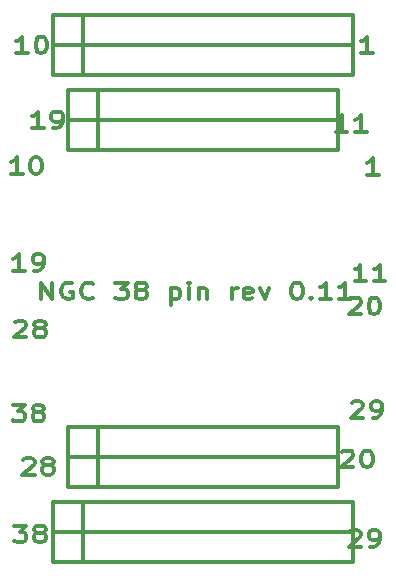
<source format=gto>
G04 (created by PCBNEW (2013-07-07 BZR 4022)-stable) date 05/11/2014 12:09:02*
%MOIN*%
G04 Gerber Fmt 3.4, Leading zero omitted, Abs format*
%FSLAX34Y34*%
G01*
G70*
G90*
G04 APERTURE LIST*
%ADD10C,0.00590551*%
%ADD11C,0.011811*%
%ADD12C,0.012*%
G04 APERTURE END LIST*
G54D10*
G54D11*
X57990Y-62749D02*
X58021Y-62723D01*
X58085Y-62696D01*
X58245Y-62696D01*
X58308Y-62723D01*
X58340Y-62749D01*
X58372Y-62801D01*
X58372Y-62854D01*
X58340Y-62933D01*
X57958Y-63248D01*
X58372Y-63248D01*
X58754Y-62933D02*
X58691Y-62906D01*
X58659Y-62880D01*
X58627Y-62828D01*
X58627Y-62801D01*
X58659Y-62749D01*
X58691Y-62723D01*
X58754Y-62696D01*
X58882Y-62696D01*
X58946Y-62723D01*
X58978Y-62749D01*
X59009Y-62801D01*
X59009Y-62828D01*
X58978Y-62880D01*
X58946Y-62906D01*
X58882Y-62933D01*
X58754Y-62933D01*
X58691Y-62959D01*
X58659Y-62985D01*
X58627Y-63038D01*
X58627Y-63143D01*
X58659Y-63195D01*
X58691Y-63221D01*
X58754Y-63248D01*
X58882Y-63248D01*
X58946Y-63221D01*
X58978Y-63195D01*
X59009Y-63143D01*
X59009Y-63038D01*
X58978Y-62985D01*
X58946Y-62959D01*
X58882Y-62933D01*
X58265Y-67324D02*
X58296Y-67298D01*
X58360Y-67271D01*
X58520Y-67271D01*
X58583Y-67298D01*
X58615Y-67324D01*
X58647Y-67376D01*
X58647Y-67429D01*
X58615Y-67508D01*
X58233Y-67823D01*
X58647Y-67823D01*
X59029Y-67508D02*
X58966Y-67481D01*
X58934Y-67455D01*
X58902Y-67403D01*
X58902Y-67376D01*
X58934Y-67324D01*
X58966Y-67298D01*
X59029Y-67271D01*
X59157Y-67271D01*
X59221Y-67298D01*
X59253Y-67324D01*
X59284Y-67376D01*
X59284Y-67403D01*
X59253Y-67455D01*
X59221Y-67481D01*
X59157Y-67508D01*
X59029Y-67508D01*
X58966Y-67534D01*
X58934Y-67560D01*
X58902Y-67613D01*
X58902Y-67718D01*
X58934Y-67770D01*
X58966Y-67796D01*
X59029Y-67823D01*
X59157Y-67823D01*
X59221Y-67796D01*
X59253Y-67770D01*
X59284Y-67718D01*
X59284Y-67613D01*
X59253Y-67560D01*
X59221Y-67534D01*
X59157Y-67508D01*
X68890Y-67074D02*
X68921Y-67048D01*
X68985Y-67021D01*
X69145Y-67021D01*
X69208Y-67048D01*
X69240Y-67074D01*
X69272Y-67126D01*
X69272Y-67179D01*
X69240Y-67258D01*
X68858Y-67573D01*
X69272Y-67573D01*
X69686Y-67021D02*
X69750Y-67021D01*
X69814Y-67048D01*
X69846Y-67074D01*
X69878Y-67126D01*
X69909Y-67231D01*
X69909Y-67363D01*
X69878Y-67468D01*
X69846Y-67520D01*
X69814Y-67546D01*
X69750Y-67573D01*
X69686Y-67573D01*
X69623Y-67546D01*
X69591Y-67520D01*
X69559Y-67468D01*
X69527Y-67363D01*
X69527Y-67231D01*
X69559Y-67126D01*
X69591Y-67074D01*
X69623Y-67048D01*
X69686Y-67021D01*
X69140Y-61974D02*
X69171Y-61948D01*
X69235Y-61921D01*
X69395Y-61921D01*
X69458Y-61948D01*
X69490Y-61974D01*
X69522Y-62026D01*
X69522Y-62079D01*
X69490Y-62158D01*
X69108Y-62473D01*
X69522Y-62473D01*
X69936Y-61921D02*
X70000Y-61921D01*
X70064Y-61948D01*
X70096Y-61974D01*
X70128Y-62026D01*
X70159Y-62131D01*
X70159Y-62263D01*
X70128Y-62368D01*
X70096Y-62420D01*
X70064Y-62446D01*
X70000Y-62473D01*
X69936Y-62473D01*
X69873Y-62446D01*
X69841Y-62420D01*
X69809Y-62368D01*
X69777Y-62263D01*
X69777Y-62131D01*
X69809Y-62026D01*
X69841Y-61974D01*
X69873Y-61948D01*
X69936Y-61921D01*
X57908Y-65496D02*
X58322Y-65496D01*
X58099Y-65706D01*
X58195Y-65706D01*
X58258Y-65733D01*
X58290Y-65759D01*
X58322Y-65811D01*
X58322Y-65943D01*
X58290Y-65995D01*
X58258Y-66021D01*
X58195Y-66048D01*
X58003Y-66048D01*
X57940Y-66021D01*
X57908Y-65995D01*
X58704Y-65733D02*
X58641Y-65706D01*
X58609Y-65680D01*
X58577Y-65628D01*
X58577Y-65601D01*
X58609Y-65549D01*
X58641Y-65523D01*
X58704Y-65496D01*
X58832Y-65496D01*
X58896Y-65523D01*
X58928Y-65549D01*
X58959Y-65601D01*
X58959Y-65628D01*
X58928Y-65680D01*
X58896Y-65706D01*
X58832Y-65733D01*
X58704Y-65733D01*
X58641Y-65759D01*
X58609Y-65785D01*
X58577Y-65838D01*
X58577Y-65943D01*
X58609Y-65995D01*
X58641Y-66021D01*
X58704Y-66048D01*
X58832Y-66048D01*
X58896Y-66021D01*
X58928Y-65995D01*
X58959Y-65943D01*
X58959Y-65838D01*
X58928Y-65785D01*
X58896Y-65759D01*
X58832Y-65733D01*
X57958Y-69521D02*
X58372Y-69521D01*
X58149Y-69731D01*
X58245Y-69731D01*
X58308Y-69758D01*
X58340Y-69784D01*
X58372Y-69836D01*
X58372Y-69968D01*
X58340Y-70020D01*
X58308Y-70046D01*
X58245Y-70073D01*
X58053Y-70073D01*
X57990Y-70046D01*
X57958Y-70020D01*
X58754Y-69758D02*
X58691Y-69731D01*
X58659Y-69705D01*
X58627Y-69653D01*
X58627Y-69626D01*
X58659Y-69574D01*
X58691Y-69548D01*
X58754Y-69521D01*
X58882Y-69521D01*
X58946Y-69548D01*
X58978Y-69574D01*
X59009Y-69626D01*
X59009Y-69653D01*
X58978Y-69705D01*
X58946Y-69731D01*
X58882Y-69758D01*
X58754Y-69758D01*
X58691Y-69784D01*
X58659Y-69810D01*
X58627Y-69863D01*
X58627Y-69968D01*
X58659Y-70020D01*
X58691Y-70046D01*
X58754Y-70073D01*
X58882Y-70073D01*
X58946Y-70046D01*
X58978Y-70020D01*
X59009Y-69968D01*
X59009Y-69863D01*
X58978Y-69810D01*
X58946Y-69784D01*
X58882Y-69758D01*
X69140Y-69724D02*
X69171Y-69698D01*
X69235Y-69671D01*
X69395Y-69671D01*
X69458Y-69698D01*
X69490Y-69724D01*
X69522Y-69776D01*
X69522Y-69829D01*
X69490Y-69908D01*
X69108Y-70223D01*
X69522Y-70223D01*
X69841Y-70223D02*
X69968Y-70223D01*
X70032Y-70196D01*
X70064Y-70170D01*
X70128Y-70091D01*
X70159Y-69986D01*
X70159Y-69776D01*
X70128Y-69724D01*
X70096Y-69698D01*
X70032Y-69671D01*
X69904Y-69671D01*
X69841Y-69698D01*
X69809Y-69724D01*
X69777Y-69776D01*
X69777Y-69908D01*
X69809Y-69960D01*
X69841Y-69986D01*
X69904Y-70013D01*
X70032Y-70013D01*
X70096Y-69986D01*
X70128Y-69960D01*
X70159Y-69908D01*
X69215Y-65424D02*
X69246Y-65398D01*
X69310Y-65371D01*
X69470Y-65371D01*
X69533Y-65398D01*
X69565Y-65424D01*
X69597Y-65476D01*
X69597Y-65529D01*
X69565Y-65608D01*
X69183Y-65923D01*
X69597Y-65923D01*
X69916Y-65923D02*
X70043Y-65923D01*
X70107Y-65896D01*
X70139Y-65870D01*
X70203Y-65791D01*
X70234Y-65686D01*
X70234Y-65476D01*
X70203Y-65424D01*
X70171Y-65398D01*
X70107Y-65371D01*
X69979Y-65371D01*
X69916Y-65398D01*
X69884Y-65424D01*
X69852Y-65476D01*
X69852Y-65608D01*
X69884Y-65660D01*
X69916Y-65686D01*
X69979Y-65713D01*
X70107Y-65713D01*
X70171Y-65686D01*
X70203Y-65660D01*
X70234Y-65608D01*
X69697Y-61373D02*
X69315Y-61373D01*
X69506Y-61373D02*
X69506Y-60821D01*
X69442Y-60900D01*
X69378Y-60953D01*
X69315Y-60979D01*
X70334Y-61373D02*
X69952Y-61373D01*
X70143Y-61373D02*
X70143Y-60821D01*
X70079Y-60900D01*
X70016Y-60953D01*
X69952Y-60979D01*
X69072Y-56398D02*
X68690Y-56398D01*
X68881Y-56398D02*
X68881Y-55846D01*
X68817Y-55925D01*
X68753Y-55978D01*
X68690Y-56004D01*
X69709Y-56398D02*
X69327Y-56398D01*
X69518Y-56398D02*
X69518Y-55846D01*
X69454Y-55925D01*
X69391Y-55978D01*
X69327Y-56004D01*
X69916Y-53773D02*
X69533Y-53773D01*
X69725Y-53773D02*
X69725Y-53221D01*
X69661Y-53300D01*
X69597Y-53353D01*
X69533Y-53379D01*
X70116Y-57823D02*
X69733Y-57823D01*
X69925Y-57823D02*
X69925Y-57271D01*
X69861Y-57350D01*
X69797Y-57403D01*
X69733Y-57429D01*
X58422Y-53773D02*
X58040Y-53773D01*
X58231Y-53773D02*
X58231Y-53221D01*
X58167Y-53300D01*
X58103Y-53353D01*
X58040Y-53379D01*
X58836Y-53221D02*
X58900Y-53221D01*
X58964Y-53248D01*
X58996Y-53274D01*
X59028Y-53326D01*
X59059Y-53431D01*
X59059Y-53563D01*
X59028Y-53668D01*
X58996Y-53720D01*
X58964Y-53746D01*
X58900Y-53773D01*
X58836Y-53773D01*
X58773Y-53746D01*
X58741Y-53720D01*
X58709Y-53668D01*
X58677Y-53563D01*
X58677Y-53431D01*
X58709Y-53326D01*
X58741Y-53274D01*
X58773Y-53248D01*
X58836Y-53221D01*
X58947Y-56273D02*
X58565Y-56273D01*
X58756Y-56273D02*
X58756Y-55721D01*
X58692Y-55800D01*
X58628Y-55853D01*
X58565Y-55879D01*
X59266Y-56273D02*
X59393Y-56273D01*
X59457Y-56246D01*
X59489Y-56220D01*
X59553Y-56141D01*
X59584Y-56036D01*
X59584Y-55826D01*
X59553Y-55774D01*
X59521Y-55748D01*
X59457Y-55721D01*
X59329Y-55721D01*
X59266Y-55748D01*
X59234Y-55774D01*
X59202Y-55826D01*
X59202Y-55958D01*
X59234Y-56010D01*
X59266Y-56036D01*
X59329Y-56063D01*
X59457Y-56063D01*
X59521Y-56036D01*
X59553Y-56010D01*
X59584Y-55958D01*
X58322Y-61023D02*
X57940Y-61023D01*
X58131Y-61023D02*
X58131Y-60471D01*
X58067Y-60550D01*
X58003Y-60603D01*
X57940Y-60629D01*
X58641Y-61023D02*
X58768Y-61023D01*
X58832Y-60996D01*
X58864Y-60970D01*
X58928Y-60891D01*
X58959Y-60786D01*
X58959Y-60576D01*
X58928Y-60524D01*
X58896Y-60498D01*
X58832Y-60471D01*
X58704Y-60471D01*
X58641Y-60498D01*
X58609Y-60524D01*
X58577Y-60576D01*
X58577Y-60708D01*
X58609Y-60760D01*
X58641Y-60786D01*
X58704Y-60813D01*
X58832Y-60813D01*
X58896Y-60786D01*
X58928Y-60760D01*
X58959Y-60708D01*
X58247Y-57798D02*
X57865Y-57798D01*
X58056Y-57798D02*
X58056Y-57246D01*
X57992Y-57325D01*
X57928Y-57378D01*
X57865Y-57404D01*
X58661Y-57246D02*
X58725Y-57246D01*
X58789Y-57273D01*
X58821Y-57299D01*
X58853Y-57351D01*
X58884Y-57456D01*
X58884Y-57588D01*
X58853Y-57693D01*
X58821Y-57745D01*
X58789Y-57771D01*
X58725Y-57798D01*
X58661Y-57798D01*
X58598Y-57771D01*
X58566Y-57745D01*
X58534Y-57693D01*
X58502Y-57588D01*
X58502Y-57456D01*
X58534Y-57351D01*
X58566Y-57299D01*
X58598Y-57273D01*
X58661Y-57246D01*
X58852Y-61973D02*
X58852Y-61421D01*
X59235Y-61973D01*
X59235Y-61421D01*
X59904Y-61448D02*
X59840Y-61421D01*
X59745Y-61421D01*
X59649Y-61448D01*
X59585Y-61500D01*
X59553Y-61553D01*
X59522Y-61658D01*
X59522Y-61736D01*
X59553Y-61841D01*
X59585Y-61894D01*
X59649Y-61946D01*
X59745Y-61973D01*
X59808Y-61973D01*
X59904Y-61946D01*
X59936Y-61920D01*
X59936Y-61736D01*
X59808Y-61736D01*
X60605Y-61920D02*
X60573Y-61946D01*
X60478Y-61973D01*
X60414Y-61973D01*
X60318Y-61946D01*
X60255Y-61894D01*
X60223Y-61841D01*
X60191Y-61736D01*
X60191Y-61658D01*
X60223Y-61553D01*
X60255Y-61500D01*
X60318Y-61448D01*
X60414Y-61421D01*
X60478Y-61421D01*
X60573Y-61448D01*
X60605Y-61474D01*
X61338Y-61421D02*
X61753Y-61421D01*
X61529Y-61631D01*
X61625Y-61631D01*
X61689Y-61658D01*
X61721Y-61684D01*
X61753Y-61736D01*
X61753Y-61868D01*
X61721Y-61920D01*
X61689Y-61946D01*
X61625Y-61973D01*
X61434Y-61973D01*
X61370Y-61946D01*
X61338Y-61920D01*
X62135Y-61658D02*
X62071Y-61631D01*
X62039Y-61605D01*
X62008Y-61553D01*
X62008Y-61526D01*
X62039Y-61474D01*
X62071Y-61448D01*
X62135Y-61421D01*
X62263Y-61421D01*
X62326Y-61448D01*
X62358Y-61474D01*
X62390Y-61526D01*
X62390Y-61553D01*
X62358Y-61605D01*
X62326Y-61631D01*
X62263Y-61658D01*
X62135Y-61658D01*
X62071Y-61684D01*
X62039Y-61710D01*
X62008Y-61763D01*
X62008Y-61868D01*
X62039Y-61920D01*
X62071Y-61946D01*
X62135Y-61973D01*
X62263Y-61973D01*
X62326Y-61946D01*
X62358Y-61920D01*
X62390Y-61868D01*
X62390Y-61763D01*
X62358Y-61710D01*
X62326Y-61684D01*
X62263Y-61658D01*
X63187Y-61605D02*
X63187Y-62156D01*
X63187Y-61631D02*
X63251Y-61605D01*
X63378Y-61605D01*
X63442Y-61631D01*
X63474Y-61658D01*
X63505Y-61710D01*
X63505Y-61868D01*
X63474Y-61920D01*
X63442Y-61946D01*
X63378Y-61973D01*
X63251Y-61973D01*
X63187Y-61946D01*
X63792Y-61973D02*
X63792Y-61605D01*
X63792Y-61421D02*
X63760Y-61448D01*
X63792Y-61474D01*
X63824Y-61448D01*
X63792Y-61421D01*
X63792Y-61474D01*
X64111Y-61605D02*
X64111Y-61973D01*
X64111Y-61658D02*
X64143Y-61631D01*
X64207Y-61605D01*
X64302Y-61605D01*
X64366Y-61631D01*
X64398Y-61684D01*
X64398Y-61973D01*
X65227Y-61973D02*
X65227Y-61605D01*
X65227Y-61710D02*
X65258Y-61658D01*
X65290Y-61631D01*
X65354Y-61605D01*
X65418Y-61605D01*
X65896Y-61946D02*
X65832Y-61973D01*
X65705Y-61973D01*
X65641Y-61946D01*
X65609Y-61894D01*
X65609Y-61684D01*
X65641Y-61631D01*
X65705Y-61605D01*
X65832Y-61605D01*
X65896Y-61631D01*
X65928Y-61684D01*
X65928Y-61736D01*
X65609Y-61789D01*
X66151Y-61605D02*
X66310Y-61973D01*
X66470Y-61605D01*
X67362Y-61421D02*
X67426Y-61421D01*
X67489Y-61448D01*
X67521Y-61474D01*
X67553Y-61526D01*
X67585Y-61631D01*
X67585Y-61763D01*
X67553Y-61868D01*
X67521Y-61920D01*
X67489Y-61946D01*
X67426Y-61973D01*
X67362Y-61973D01*
X67298Y-61946D01*
X67266Y-61920D01*
X67234Y-61868D01*
X67203Y-61763D01*
X67203Y-61631D01*
X67234Y-61526D01*
X67266Y-61474D01*
X67298Y-61448D01*
X67362Y-61421D01*
X67872Y-61920D02*
X67904Y-61946D01*
X67872Y-61973D01*
X67840Y-61946D01*
X67872Y-61920D01*
X67872Y-61973D01*
X68541Y-61973D02*
X68159Y-61973D01*
X68350Y-61973D02*
X68350Y-61421D01*
X68286Y-61500D01*
X68222Y-61553D01*
X68159Y-61579D01*
X69179Y-61973D02*
X68796Y-61973D01*
X68987Y-61973D02*
X68987Y-61421D01*
X68924Y-61500D01*
X68860Y-61553D01*
X68796Y-61579D01*
G54D12*
X59250Y-54500D02*
X59250Y-53500D01*
X59250Y-53500D02*
X69250Y-53500D01*
X69250Y-53500D02*
X69250Y-54500D01*
X69250Y-54500D02*
X59250Y-54500D01*
X60250Y-54500D02*
X60250Y-53500D01*
X68750Y-66250D02*
X68750Y-67250D01*
X68750Y-67250D02*
X59750Y-67250D01*
X59750Y-67250D02*
X59750Y-66250D01*
X68750Y-66250D02*
X59750Y-66250D01*
X60750Y-66250D02*
X60750Y-67250D01*
X68750Y-56000D02*
X68750Y-57000D01*
X68750Y-57000D02*
X59750Y-57000D01*
X59750Y-57000D02*
X59750Y-56000D01*
X68750Y-56000D02*
X59750Y-56000D01*
X60750Y-56000D02*
X60750Y-57000D01*
X59250Y-69750D02*
X59250Y-68750D01*
X59250Y-68750D02*
X69250Y-68750D01*
X69250Y-68750D02*
X69250Y-69750D01*
X69250Y-69750D02*
X59250Y-69750D01*
X60250Y-69750D02*
X60250Y-68750D01*
X68750Y-55000D02*
X68750Y-56000D01*
X68750Y-56000D02*
X59750Y-56000D01*
X59750Y-56000D02*
X59750Y-55000D01*
X68750Y-55000D02*
X59750Y-55000D01*
X60750Y-55000D02*
X60750Y-56000D01*
X59250Y-53500D02*
X59250Y-52500D01*
X59250Y-52500D02*
X69250Y-52500D01*
X69250Y-52500D02*
X69250Y-53500D01*
X69250Y-53500D02*
X59250Y-53500D01*
X60250Y-53500D02*
X60250Y-52500D01*
X59250Y-70750D02*
X59250Y-69750D01*
X59250Y-69750D02*
X69250Y-69750D01*
X69250Y-69750D02*
X69250Y-70750D01*
X69250Y-70750D02*
X59250Y-70750D01*
X60250Y-70750D02*
X60250Y-69750D01*
X68750Y-67250D02*
X68750Y-68250D01*
X68750Y-68250D02*
X59750Y-68250D01*
X59750Y-68250D02*
X59750Y-67250D01*
X68750Y-67250D02*
X59750Y-67250D01*
X60750Y-67250D02*
X60750Y-68250D01*
M02*

</source>
